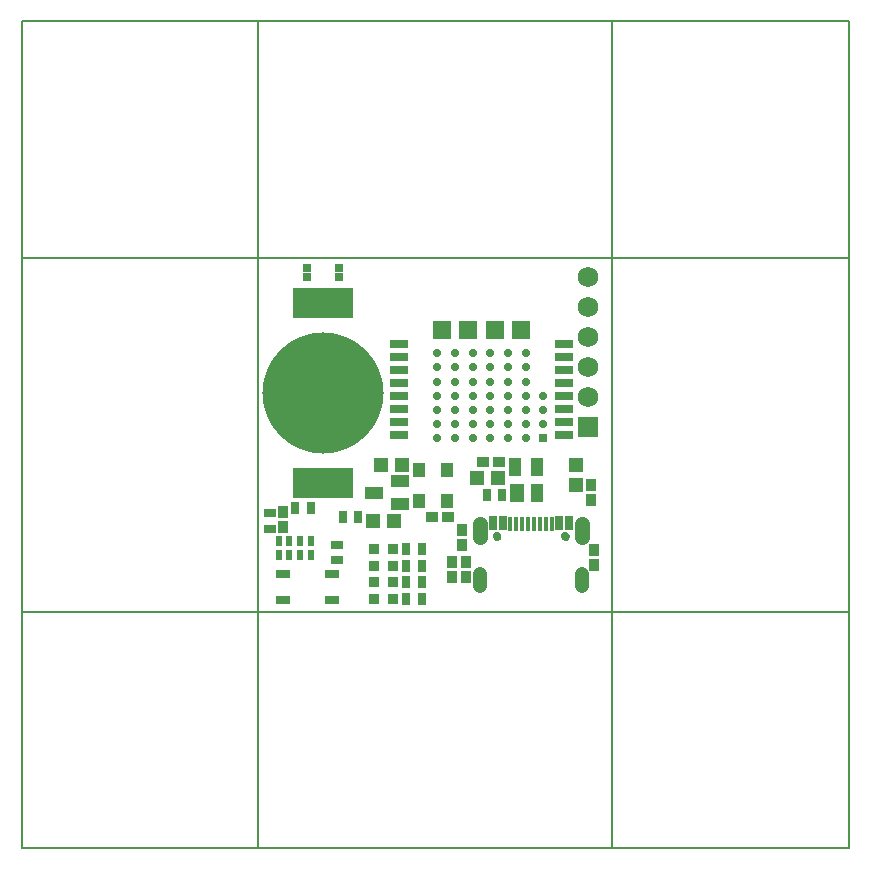
<source format=gts>
G75*
%MOIN*%
%OFA0B0*%
%FSLAX25Y25*%
%IPPOS*%
%LPD*%
%AMOC8*
5,1,8,0,0,1.08239X$1,22.5*
%
%ADD10C,0.00800*%
%ADD11R,0.06306X0.03156*%
%ADD12C,0.02762*%
%ADD13R,0.02762X0.02762*%
%ADD14R,0.06306X0.06306*%
%ADD15R,0.04652X0.04534*%
%ADD16R,0.02565X0.02565*%
%ADD17R,0.04528X0.02953*%
%ADD18R,0.03313X0.04042*%
%ADD19R,0.04534X0.04652*%
%ADD20R,0.04042X0.03313*%
%ADD21R,0.04337X0.06069*%
%ADD22R,0.05124X0.06069*%
%ADD23R,0.03156X0.03943*%
%ADD24R,0.03550X0.03550*%
%ADD25R,0.04337X0.05124*%
%ADD26C,0.40400*%
%ADD27R,0.20400X0.10400*%
%ADD28C,0.00000*%
%ADD29R,0.02756X0.04528*%
%ADD30R,0.01575X0.04921*%
%ADD31C,0.04928*%
%ADD32C,0.04534*%
%ADD33R,0.02362X0.03543*%
%ADD34R,0.03943X0.03156*%
%ADD35R,0.06900X0.06900*%
%ADD36C,0.06900*%
%ADD37R,0.05912X0.04337*%
D10*
X0001400Y0001400D02*
X0080140Y0001400D01*
X0080140Y0276991D01*
X0198250Y0276991D01*
X0198250Y0001400D01*
X0080140Y0001400D01*
X0001400Y0001400D02*
X0001400Y0080140D01*
X0276991Y0080140D01*
X0276991Y0001400D01*
X0198250Y0001400D01*
X0276991Y0080140D02*
X0276991Y0198250D01*
X0001400Y0198250D01*
X0001400Y0276991D01*
X0080140Y0276991D01*
X0001400Y0198250D02*
X0001400Y0080140D01*
X0198250Y0276991D02*
X0276991Y0276991D01*
X0276991Y0198250D01*
D11*
X0182109Y0169510D03*
X0182109Y0165180D03*
X0182109Y0160849D03*
X0182109Y0156518D03*
X0182109Y0152187D03*
X0182109Y0147857D03*
X0182109Y0143526D03*
X0182109Y0139195D03*
X0126991Y0139195D03*
X0126991Y0143526D03*
X0126991Y0147857D03*
X0126991Y0152187D03*
X0126991Y0156518D03*
X0126991Y0160849D03*
X0126991Y0165180D03*
X0126991Y0169510D03*
D12*
X0139786Y0166361D03*
X0139786Y0161636D03*
X0139786Y0156912D03*
X0139786Y0152187D03*
X0139786Y0147463D03*
X0139786Y0142739D03*
X0139786Y0138014D03*
X0145691Y0138014D03*
X0145691Y0142739D03*
X0145691Y0147463D03*
X0145691Y0152187D03*
X0145691Y0156912D03*
X0145691Y0161636D03*
X0145691Y0166361D03*
X0151597Y0166361D03*
X0151597Y0161636D03*
X0151597Y0156912D03*
X0151597Y0152187D03*
X0151597Y0147463D03*
X0151597Y0142739D03*
X0151597Y0138014D03*
X0157502Y0138014D03*
X0157502Y0142739D03*
X0157502Y0147463D03*
X0157502Y0152187D03*
X0157502Y0156912D03*
X0157502Y0161636D03*
X0157502Y0166361D03*
X0163408Y0166361D03*
X0163408Y0161636D03*
X0163408Y0156912D03*
X0163408Y0152187D03*
X0163408Y0147463D03*
X0163408Y0142739D03*
X0163408Y0138014D03*
X0169313Y0138014D03*
X0169313Y0142739D03*
X0169313Y0147463D03*
X0169313Y0152187D03*
X0169313Y0156912D03*
X0169313Y0161636D03*
X0169313Y0166361D03*
X0175219Y0152187D03*
X0175219Y0147463D03*
X0175219Y0142739D03*
X0182463Y0105337D03*
X0159707Y0105337D03*
D13*
X0175219Y0138014D03*
D14*
X0167837Y0174235D03*
X0158979Y0174235D03*
X0150120Y0174235D03*
X0141262Y0174235D03*
D15*
X0186046Y0129254D03*
X0186046Y0122365D03*
D16*
X0107010Y0191656D03*
X0107010Y0194609D03*
X0096577Y0194609D03*
X0096577Y0191656D03*
D17*
X0088506Y0092640D03*
X0088506Y0084176D03*
X0104845Y0084176D03*
X0104845Y0092640D03*
D18*
X0088408Y0108290D03*
X0088408Y0113408D03*
X0144707Y0096872D03*
X0149431Y0096872D03*
X0149431Y0091754D03*
X0144707Y0091754D03*
X0148250Y0102384D03*
X0148250Y0107502D03*
X0191164Y0117345D03*
X0191164Y0122463D03*
X0191951Y0100809D03*
X0191951Y0095691D03*
D19*
X0159963Y0124628D03*
X0153073Y0124628D03*
X0128073Y0128959D03*
X0121183Y0128959D03*
X0118428Y0110455D03*
X0125317Y0110455D03*
D20*
X0138211Y0111636D03*
X0143329Y0111636D03*
X0155140Y0130140D03*
X0160258Y0130140D03*
D21*
X0165770Y0128565D03*
X0173250Y0128565D03*
X0173250Y0119904D03*
D22*
X0166557Y0119904D03*
D23*
X0161439Y0119117D03*
X0156321Y0119117D03*
X0134668Y0101006D03*
X0129550Y0101006D03*
X0129550Y0095494D03*
X0134668Y0095494D03*
X0134668Y0089983D03*
X0129550Y0089983D03*
X0129550Y0084471D03*
X0134668Y0084471D03*
X0113408Y0111636D03*
X0108290Y0111636D03*
X0097660Y0114786D03*
X0092542Y0114786D03*
D24*
X0118723Y0101006D03*
X0118723Y0095494D03*
X0118723Y0089983D03*
X0118723Y0084471D03*
X0125022Y0084471D03*
X0125022Y0089983D03*
X0125022Y0095494D03*
X0125022Y0101006D03*
D25*
X0133683Y0117148D03*
X0143132Y0117148D03*
X0143132Y0127384D03*
X0133683Y0127384D03*
D26*
X0101794Y0152975D03*
D27*
X0101794Y0122975D03*
X0101794Y0182975D03*
D28*
X0158526Y0105337D02*
X0158528Y0105406D01*
X0158534Y0105474D01*
X0158544Y0105542D01*
X0158558Y0105609D01*
X0158576Y0105676D01*
X0158597Y0105741D01*
X0158623Y0105805D01*
X0158652Y0105867D01*
X0158684Y0105927D01*
X0158720Y0105986D01*
X0158760Y0106042D01*
X0158802Y0106096D01*
X0158848Y0106147D01*
X0158897Y0106196D01*
X0158948Y0106242D01*
X0159002Y0106284D01*
X0159058Y0106324D01*
X0159116Y0106360D01*
X0159177Y0106392D01*
X0159239Y0106421D01*
X0159303Y0106447D01*
X0159368Y0106468D01*
X0159435Y0106486D01*
X0159502Y0106500D01*
X0159570Y0106510D01*
X0159638Y0106516D01*
X0159707Y0106518D01*
X0159776Y0106516D01*
X0159844Y0106510D01*
X0159912Y0106500D01*
X0159979Y0106486D01*
X0160046Y0106468D01*
X0160111Y0106447D01*
X0160175Y0106421D01*
X0160237Y0106392D01*
X0160297Y0106360D01*
X0160356Y0106324D01*
X0160412Y0106284D01*
X0160466Y0106242D01*
X0160517Y0106196D01*
X0160566Y0106147D01*
X0160612Y0106096D01*
X0160654Y0106042D01*
X0160694Y0105986D01*
X0160730Y0105927D01*
X0160762Y0105867D01*
X0160791Y0105805D01*
X0160817Y0105741D01*
X0160838Y0105676D01*
X0160856Y0105609D01*
X0160870Y0105542D01*
X0160880Y0105474D01*
X0160886Y0105406D01*
X0160888Y0105337D01*
X0160886Y0105268D01*
X0160880Y0105200D01*
X0160870Y0105132D01*
X0160856Y0105065D01*
X0160838Y0104998D01*
X0160817Y0104933D01*
X0160791Y0104869D01*
X0160762Y0104807D01*
X0160730Y0104746D01*
X0160694Y0104688D01*
X0160654Y0104632D01*
X0160612Y0104578D01*
X0160566Y0104527D01*
X0160517Y0104478D01*
X0160466Y0104432D01*
X0160412Y0104390D01*
X0160356Y0104350D01*
X0160298Y0104314D01*
X0160237Y0104282D01*
X0160175Y0104253D01*
X0160111Y0104227D01*
X0160046Y0104206D01*
X0159979Y0104188D01*
X0159912Y0104174D01*
X0159844Y0104164D01*
X0159776Y0104158D01*
X0159707Y0104156D01*
X0159638Y0104158D01*
X0159570Y0104164D01*
X0159502Y0104174D01*
X0159435Y0104188D01*
X0159368Y0104206D01*
X0159303Y0104227D01*
X0159239Y0104253D01*
X0159177Y0104282D01*
X0159116Y0104314D01*
X0159058Y0104350D01*
X0159002Y0104390D01*
X0158948Y0104432D01*
X0158897Y0104478D01*
X0158848Y0104527D01*
X0158802Y0104578D01*
X0158760Y0104632D01*
X0158720Y0104688D01*
X0158684Y0104746D01*
X0158652Y0104807D01*
X0158623Y0104869D01*
X0158597Y0104933D01*
X0158576Y0104998D01*
X0158558Y0105065D01*
X0158544Y0105132D01*
X0158534Y0105200D01*
X0158528Y0105268D01*
X0158526Y0105337D01*
X0181282Y0105337D02*
X0181284Y0105406D01*
X0181290Y0105474D01*
X0181300Y0105542D01*
X0181314Y0105609D01*
X0181332Y0105676D01*
X0181353Y0105741D01*
X0181379Y0105805D01*
X0181408Y0105867D01*
X0181440Y0105927D01*
X0181476Y0105986D01*
X0181516Y0106042D01*
X0181558Y0106096D01*
X0181604Y0106147D01*
X0181653Y0106196D01*
X0181704Y0106242D01*
X0181758Y0106284D01*
X0181814Y0106324D01*
X0181872Y0106360D01*
X0181933Y0106392D01*
X0181995Y0106421D01*
X0182059Y0106447D01*
X0182124Y0106468D01*
X0182191Y0106486D01*
X0182258Y0106500D01*
X0182326Y0106510D01*
X0182394Y0106516D01*
X0182463Y0106518D01*
X0182532Y0106516D01*
X0182600Y0106510D01*
X0182668Y0106500D01*
X0182735Y0106486D01*
X0182802Y0106468D01*
X0182867Y0106447D01*
X0182931Y0106421D01*
X0182993Y0106392D01*
X0183053Y0106360D01*
X0183112Y0106324D01*
X0183168Y0106284D01*
X0183222Y0106242D01*
X0183273Y0106196D01*
X0183322Y0106147D01*
X0183368Y0106096D01*
X0183410Y0106042D01*
X0183450Y0105986D01*
X0183486Y0105927D01*
X0183518Y0105867D01*
X0183547Y0105805D01*
X0183573Y0105741D01*
X0183594Y0105676D01*
X0183612Y0105609D01*
X0183626Y0105542D01*
X0183636Y0105474D01*
X0183642Y0105406D01*
X0183644Y0105337D01*
X0183642Y0105268D01*
X0183636Y0105200D01*
X0183626Y0105132D01*
X0183612Y0105065D01*
X0183594Y0104998D01*
X0183573Y0104933D01*
X0183547Y0104869D01*
X0183518Y0104807D01*
X0183486Y0104746D01*
X0183450Y0104688D01*
X0183410Y0104632D01*
X0183368Y0104578D01*
X0183322Y0104527D01*
X0183273Y0104478D01*
X0183222Y0104432D01*
X0183168Y0104390D01*
X0183112Y0104350D01*
X0183054Y0104314D01*
X0182993Y0104282D01*
X0182931Y0104253D01*
X0182867Y0104227D01*
X0182802Y0104206D01*
X0182735Y0104188D01*
X0182668Y0104174D01*
X0182600Y0104164D01*
X0182532Y0104158D01*
X0182463Y0104156D01*
X0182394Y0104158D01*
X0182326Y0104164D01*
X0182258Y0104174D01*
X0182191Y0104188D01*
X0182124Y0104206D01*
X0182059Y0104227D01*
X0181995Y0104253D01*
X0181933Y0104282D01*
X0181872Y0104314D01*
X0181814Y0104350D01*
X0181758Y0104390D01*
X0181704Y0104432D01*
X0181653Y0104478D01*
X0181604Y0104527D01*
X0181558Y0104578D01*
X0181516Y0104632D01*
X0181476Y0104688D01*
X0181440Y0104746D01*
X0181408Y0104807D01*
X0181379Y0104869D01*
X0181353Y0104933D01*
X0181332Y0104998D01*
X0181314Y0105065D01*
X0181300Y0105132D01*
X0181290Y0105200D01*
X0181284Y0105268D01*
X0181282Y0105337D01*
D29*
X0180534Y0109766D03*
X0183683Y0109766D03*
X0161636Y0109766D03*
X0158487Y0109766D03*
D30*
X0164195Y0109569D03*
X0166164Y0109569D03*
X0168132Y0109569D03*
X0170101Y0109569D03*
X0172069Y0109569D03*
X0174038Y0109569D03*
X0176006Y0109569D03*
X0177975Y0109569D03*
D31*
X0188093Y0109569D02*
X0188093Y0105042D01*
X0154077Y0105042D02*
X0154077Y0109569D01*
D32*
X0154077Y0092916D02*
X0154077Y0088782D01*
X0188093Y0088782D02*
X0188093Y0092916D01*
D33*
X0097660Y0099038D03*
X0094117Y0099038D03*
X0090573Y0099038D03*
X0087030Y0099038D03*
X0087030Y0103762D03*
X0090573Y0103762D03*
X0094117Y0103762D03*
X0097660Y0103762D03*
D34*
X0106518Y0102384D03*
X0106518Y0097266D03*
X0084077Y0107896D03*
X0084077Y0113014D03*
D35*
X0189983Y0141754D03*
D36*
X0189983Y0151754D03*
X0189983Y0161754D03*
X0189983Y0171754D03*
X0189983Y0181754D03*
X0189983Y0191754D03*
D37*
X0127384Y0123644D03*
X0127384Y0116164D03*
X0118723Y0119904D03*
M02*

</source>
